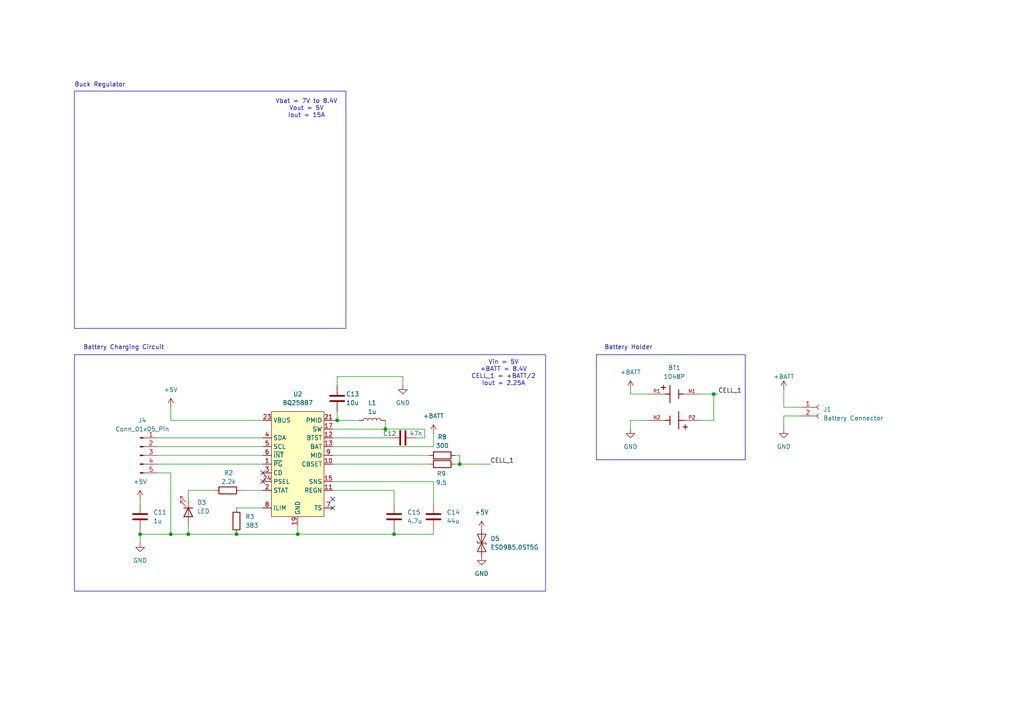
<source format=kicad_sch>
(kicad_sch (version 20231120) (generator "eeschema") (generator_version "8.0")
  (paper "A4")
  (title_block (title "Power") (date "2024-06-14") (rev "V1.0.0"))
  (lib_symbols
    (symbol "+BATT_1" (power) (pin_numbers hide) (pin_names (offset 0) hide)
      (property "Value" "+BATT" (at 0 3.556 0))
      (symbol "+BATT_1_0_1"
        (polyline (pts (xy -0.762 1.27) (xy 0 2.54)))
        (polyline (pts (xy 0 0) (xy 0 2.54)))
        (polyline (pts (xy 0 2.54) (xy 0.762 1.27)))
      )
      (symbol "+BATT_1_1_1"
        (pin power_in line (at 0 0 90) (length 0) (name "~") (number "1"))
      )
    )
    (symbol "1048P:1048P" (pin_names (offset 1.016))
      (property "Reference" "BT" (at -3.81 6.35 0))
      (property "Value" "1048P" (at -3.81 -10.16 0))
      (symbol "1048P_0_0"
        (polyline (pts (xy -3.81 4.445) (xy -2.54 4.445)) (stroke (width 0.254)))
        (polyline (pts (xy -3.175 5.08) (xy -3.175 3.81)) (stroke (width 0.254)))
        (polyline (pts (xy -1.27 -6.35) (xy -1.27 -5.08)) (stroke (width 0.254)))
        (polyline (pts (xy -1.27 -5.08) (xy -2.54 -5.08)) (stroke (width 0.254)))
        (polyline (pts (xy -1.27 -5.08) (xy -1.27 -3.81)) (stroke (width 0.254)))
        (polyline (pts (xy -1.27 2.54) (xy -2.54 2.54)) (stroke (width 0.254)))
        (polyline (pts (xy -1.27 2.54) (xy -1.27 0)) (stroke (width 0.254)))
        (polyline (pts (xy -1.27 5.08) (xy -1.27 2.54)) (stroke (width 0.254)))
        (polyline (pts (xy 1.27 -7.62) (xy 1.27 -5.08)) (stroke (width 0.254)))
        (polyline (pts (xy 1.27 -5.08) (xy 1.27 -2.54)) (stroke (width 0.254)))
        (polyline (pts (xy 1.27 -5.08) (xy 2.54 -5.08)) (stroke (width 0.254)))
        (polyline (pts (xy 1.27 2.54) (xy 1.27 1.27)) (stroke (width 0.254)))
        (polyline (pts (xy 1.27 2.54) (xy 2.54 2.54)) (stroke (width 0.254)))
        (polyline (pts (xy 1.27 3.81) (xy 1.27 2.54)) (stroke (width 0.254)))
        (polyline (pts (xy 3.175 -7.62) (xy 3.175 -6.35)) (stroke (width 0.254)))
        (polyline (pts (xy 3.81 -6.985) (xy 2.54 -6.985)) (stroke (width 0.254)))
        (pin passive line (at 7.62 2.54 180) (length 5.08) (name "~") (number "N1"))
        (pin passive line (at -7.62 -5.08 0) (length 5.08) (name "~") (number "N2"))
        (pin passive line (at -7.62 2.54 0) (length 5.08) (name "~") (number "P1"))
        (pin passive line (at 7.62 -5.08 180) (length 5.08) (name "~") (number "P2"))
      )
    )
    (symbol "Battery_Management:BQ25887"
      (property "Reference" "U" (at 6.985 16.51 0))
      (property "Value" "BQ25887" (at -3.175 16.51 0))
      (symbol "BQ25887_1_1"
        (rectangle (start -7.62 15.24) (end 7.62 -15.24) (fill (type background)))
        (pin open_collector line (at -10.16 0 0) (length 2.54) (name "~{PG}") (number "1"))
        (pin power_out line (at 10.16 0 180) (length 2.54) (name "CBSET") (number "10"))
        (pin power_out line (at 10.16 -7.62 180) (length 2.54) (name "REGN") (number "11"))
        (pin power_out line (at 10.16 7.62 180) (length 2.54) (name "BTST") (number "12"))
        (pin power_out line (at 10.16 5.08 180) (length 2.54) (name "BAT") (number "13"))
        (pin passive line (at 10.16 5.08 180) (length 2.54) hide (name "BAT") (number "14"))
        (pin output line (at 10.16 -5.08 180) (length 2.54) (name "SNS") (number "15"))
        (pin passive line (at 10.16 -5.08 180) (length 2.54) hide (name "SNS") (number "16"))
        (pin power_out line (at 10.16 10.16 180) (length 2.54) (name "SW") (number "17"))
        (pin passive line (at 10.16 10.16 180) (length 2.54) hide (name "SW") (number "18"))
        (pin power_in line (at 0 -17.78 90) (length 2.54) (name "GND") (number "19"))
        (pin open_collector line (at -10.16 -7.62 0) (length 2.54) (name "STAT") (number "2"))
        (pin passive line (at 0 -17.78 90) (length 2.54) hide (name "GND") (number "20"))
        (pin power_out line (at 10.16 12.7 180) (length 2.54) (name "PMID") (number "21"))
        (pin passive line (at 10.16 12.7 180) (length 2.54) hide (name "PMID") (number "22"))
        (pin power_in line (at -10.16 12.7 0) (length 2.54) (name "VBUS") (number "23"))
        (pin input line (at -10.16 -5.08 0) (length 2.54) (name "PSEL") (number "24"))
        (pin input line (at -10.16 -2.54 0) (length 2.54) (name "CD") (number "3"))
        (pin bidirectional line (at -10.16 7.62 0) (length 2.54) (name "SDA") (number "4"))
        (pin input line (at -10.16 5.08 0) (length 2.54) (name "SCL") (number "5"))
        (pin open_collector line (at -10.16 2.54 0) (length 2.54) (name "~{INT}") (number "6"))
        (pin input line (at 10.16 -12.7 180) (length 2.54) (name "TS") (number "7"))
        (pin input line (at -10.16 -12.7 0) (length 2.54) (name "ILIM") (number "8"))
        (pin input line (at 10.16 2.54 180) (length 2.54) (name "MID") (number "9"))
      )
    )
    (symbol "Connector:Conn_01x02_Socket" (pin_names (offset 1.016) hide)
      (property "Reference" "J" (at 0 2.54 0))
      (property "Value" "Conn_01x02_Socket" (at 0 -5.08 0))
      (symbol "Conn_01x02_Socket_1_1"
        (arc (start 0 -2.032) (mid -0.5058 -2.54) (end 0 -3.048) (stroke (width 0.1524)))
        (polyline (pts (xy -1.27 -2.54) (xy -0.508 -2.54)) (stroke (width 0.1524)))
        (polyline (pts (xy -1.27 0) (xy -0.508 0)) (stroke (width 0.1524)))
        (arc (start 0 0.508) (mid -0.5058 0) (end 0 -0.508) (stroke (width 0.1524)))
        (pin passive line (at -5.08 0 0) (length 3.81) (name "Pin_1") (number "1"))
        (pin passive line (at -5.08 -2.54 0) (length 3.81) (name "Pin_2") (number "2"))
      )
    )
    (symbol "Connector:Conn_01x05_Pin" (pin_names (offset 1.016) hide)
      (property "Reference" "J" (at 0 7.62 0))
      (property "Value" "Conn_01x05_Pin" (at 0 -7.62 0))
      (symbol "Conn_01x05_Pin_1_1"
        (polyline (pts (xy 1.27 -5.08) (xy 0.8636 -5.08)) (stroke (width 0.1524)))
        (polyline (pts (xy 1.27 -2.54) (xy 0.8636 -2.54)) (stroke (width 0.1524)))
        (polyline (pts (xy 1.27 0) (xy 0.8636 0)) (stroke (width 0.1524)))
        (polyline (pts (xy 1.27 2.54) (xy 0.8636 2.54)) (stroke (width 0.1524)))
        (polyline (pts (xy 1.27 5.08) (xy 0.8636 5.08)) (stroke (width 0.1524)))
        (rectangle (start 0.8636 -4.953) (end 0 -5.207) (stroke (width 0.1524)) (fill (type outline)))
        (rectangle (start 0.8636 -2.413) (end 0 -2.667) (stroke (width 0.1524)) (fill (type outline)))
        (rectangle (start 0.8636 0.127) (end 0 -0.127) (stroke (width 0.1524)) (fill (type outline)))
        (rectangle (start 0.8636 2.667) (end 0 2.413) (stroke (width 0.1524)) (fill (type outline)))
        (rectangle (start 0.8636 5.207) (end 0 4.953) (stroke (width 0.1524)) (fill (type outline)))
        (pin passive line (at 5.08 5.08 180) (length 3.81) (name "Pin_1") (number "1"))
        (pin passive line (at 5.08 2.54 180) (length 3.81) (name "Pin_2") (number "2"))
        (pin passive line (at 5.08 0 180) (length 3.81) (name "Pin_3") (number "3"))
        (pin passive line (at 5.08 -2.54 180) (length 3.81) (name "Pin_4") (number "4"))
        (pin passive line (at 5.08 -5.08 180) (length 3.81) (name "Pin_5") (number "5"))
      )
    )
    (symbol "Device:C" (pin_numbers hide) (pin_names (offset 0.254))
      (property "Reference" "C" (at 0.635 2.54 0))
      (property "Value" "C" (at 0.635 -2.54 0))
      (symbol "C_0_1"
        (polyline (pts (xy -2.032 -0.762) (xy 2.032 -0.762)) (stroke (width 0.508)))
        (polyline (pts (xy -2.032 0.762) (xy 2.032 0.762)) (stroke (width 0.508)))
      )
      (symbol "C_1_1"
        (pin passive line (at 0 3.81 270) (length 2.794) (name "~") (number "1"))
        (pin passive line (at 0 -3.81 90) (length 2.794) (name "~") (number "2"))
      )
    )
    (symbol "Device:L" (pin_numbers hide) (pin_names (offset 1.016) hide)
      (property "Reference" "L" (at -1.27 0 90))
      (property "Value" "L" (at 1.905 0 90))
      (symbol "L_0_1"
        (arc (start 0 -2.54) (mid 0.6323 -1.905) (end 0 -1.27))
        (arc (start 0 -1.27) (mid 0.6323 -0.635) (end 0 0))
        (arc (start 0 0) (mid 0.6323 0.635) (end 0 1.27))
        (arc (start 0 1.27) (mid 0.6323 1.905) (end 0 2.54))
      )
      (symbol "L_1_1"
        (pin passive line (at 0 3.81 270) (length 1.27) (name "1") (number "1"))
        (pin passive line (at 0 -3.81 90) (length 1.27) (name "2") (number "2"))
      )
    )
    (symbol "Device:LED" (pin_numbers hide) (pin_names (offset 1.016) hide)
      (property "Reference" "D" (at 0 2.54 0))
      (property "Value" "LED" (at 0 -2.54 0))
      (symbol "LED_0_1"
        (polyline (pts (xy -1.27 -1.27) (xy -1.27 1.27)) (stroke (width 0.254)))
        (polyline (pts (xy -1.27 0) (xy 1.27 0)))
        (polyline (pts (xy 1.27 -1.27) (xy 1.27 1.27) (xy -1.27 0) (xy 1.27 -1.27)) (stroke (width 0.254)))
        (polyline (pts (xy -3.048 -0.762) (xy -4.572 -2.286) (xy -3.81 -2.286) (xy -4.572 -2.286) (xy -4.572 -1.524)))
        (polyline (pts (xy -1.778 -0.762) (xy -3.302 -2.286) (xy -2.54 -2.286) (xy -3.302 -2.286) (xy -3.302 -1.524)))
      )
      (symbol "LED_1_1"
        (pin passive line (at -3.81 0 0) (length 2.54) (name "K") (number "1"))
        (pin passive line (at 3.81 0 180) (length 2.54) (name "A") (number "2"))
      )
    )
    (symbol "Device:R" (pin_numbers hide) (pin_names (offset 0))
      (property "Reference" "R" (at 2.032 0 90))
      (property "Value" "R" (at 0 0 90))
      (symbol "R_0_1"
        (rectangle (start -1.016 -2.54) (end 1.016 2.54) (stroke (width 0.254)))
      )
      (symbol "R_1_1"
        (pin passive line (at 0 3.81 270) (length 1.27) (name "~") (number "1"))
        (pin passive line (at 0 -3.81 90) (length 1.27) (name "~") (number "2"))
      )
    )
    (symbol "Diode:ESD9B5.0ST5G" (pin_numbers hide) (pin_names (offset 1.016) hide)
      (property "Reference" "D" (at 0 2.54 0))
      (property "Value" "ESD9B5.0ST5G" (at 0 -2.54 0))
      (symbol "ESD9B5.0ST5G_0_1"
        (polyline (pts (xy 1.27 0) (xy -1.27 0)))
        (polyline (pts (xy -2.54 -1.27) (xy 0 0) (xy -2.54 1.27) (xy -2.54 -1.27)) (stroke (width 0.2032)))
        (polyline (pts (xy 0.508 1.27) (xy 0 1.27) (xy 0 -1.27) (xy -0.508 -1.27)) (stroke (width 0.2032)))
        (polyline (pts (xy 2.54 1.27) (xy 2.54 -1.27) (xy 0 0) (xy 2.54 1.27)) (stroke (width 0.2032)))
      )
      (symbol "ESD9B5.0ST5G_1_1"
        (pin passive line (at -3.81 0 0) (length 2.54) (name "A1") (number "1"))
        (pin passive line (at 3.81 0 180) (length 2.54) (name "A2") (number "2"))
      )
    )
    (symbol "GND_1" (power) (pin_numbers hide) (pin_names (offset 0) hide)
      (property "Value" "GND" (at 0 -3.81 0))
      (symbol "GND_1_0_1"
        (polyline (pts (xy 0 0) (xy 0 -1.27) (xy 1.27 -1.27) (xy 0 -2.54) (xy -1.27 -1.27) (xy 0 -1.27)))
      )
      (symbol "GND_1_1_1"
        (pin power_in line (at 0 0 270) (length 0) (name "~") (number "1"))
      )
    )
    (symbol "power:+5V" (power) (pin_numbers hide) (pin_names (offset 0) hide)
      (property "Value" "+5V" (at 0 3.556 0))
      (symbol "+5V_0_1"
        (polyline (pts (xy -0.762 1.27) (xy 0 2.54)))
        (polyline (pts (xy 0 0) (xy 0 2.54)))
        (polyline (pts (xy 0 2.54) (xy 0.762 1.27)))
      )
      (symbol "+5V_1_1"
        (pin power_in line (at 0 0 90) (length 0) (name "~") (number "1"))
      )
    )
    (symbol "power:+BATT" (power) (pin_names (offset 0))
      (property "Value" "+BATT" (at 0 3.556 0))
      (symbol "+BATT_0_1"
        (polyline (pts (xy -0.762 1.27) (xy 0 2.54)))
        (polyline (pts (xy 0 0) (xy 0 2.54)))
        (polyline (pts (xy 0 2.54) (xy 0.762 1.27)))
      )
      (symbol "+BATT_1_1"
        (pin power_in line (at 0 0 90) (length 0) hide (name "+BATT") (number "1"))
      )
    )
    (symbol "power:GND" (power) (pin_names (offset 0))
      (property "Value" "GND" (at 0 -3.81 0))
      (symbol "GND_0_1"
        (polyline (pts (xy 0 0) (xy 0 -1.27) (xy 1.27 -1.27) (xy 0 -2.54) (xy -1.27 -1.27) (xy 0 -1.27)))
      )
      (symbol "GND_1_1"
        (pin power_in line (at 0 0 270) (length 0) hide (name "GND") (number "1"))
      )
    )
  )
  (junction (at 49.53 154.94))
  (junction (at 86.36 154.94))
  (junction (at 97.79 121.92))
  (junction (at 40.64 154.94))
  (junction (at 54.61 154.94))
  (junction (at 133.35 134.62))
  (junction (at 111.76 124.46))
  (junction (at 114.3 154.94))
  (junction (at 68.58 154.94))
  (junction (at 207.01 114.3))
  (no_connect (at 76.2 137.16))
  (no_connect (at 76.2 139.7))
  (no_connect (at 96.52 144.78))
  (no_connect (at 96.52 147.32))
  (wire (pts (xy 68.58 147.32) (xy 76.2 147.32)))
  (wire (pts (xy 132.08 134.62) (xy 133.35 134.62)))
  (wire (pts (xy 232.41 118.11) (xy 227.33 118.11)))
  (wire (pts (xy 114.3 146.05) (xy 114.3 142.24)))
  (wire (pts (xy 76.2 121.92) (xy 49.53 121.92)))
  (wire (pts (xy 227.33 118.11) (xy 227.33 113.03)))
  (wire (pts (xy 97.79 119.38) (xy 97.79 121.92)))
  (wire (pts (xy 132.08 132.08) (xy 133.35 132.08)))
  (wire (pts (xy 45.72 137.16) (xy 49.53 137.16)))
  (wire (pts (xy 49.53 137.16) (xy 49.53 154.94)))
  (wire (pts (xy 207.01 114.3) (xy 203.2 114.3)))
  (wire (pts (xy 111.76 124.46) (xy 123.19 124.46)))
  (wire (pts (xy 96.52 129.54) (xy 125.73 129.54)))
  (wire (pts (xy 125.73 125.73) (xy 125.73 129.54)))
  (wire (pts (xy 187.96 121.92) (xy 182.88 121.92)))
  (wire (pts (xy 116.84 109.22) (xy 116.84 111.76)))
  (wire (pts (xy 207.01 114.3) (xy 207.01 121.92)))
  (wire (pts (xy 207.01 114.3) (xy 208.28 114.3)))
  (wire (pts (xy 97.79 121.92) (xy 104.14 121.92)))
  (wire (pts (xy 54.61 142.24) (xy 54.61 144.78)))
  (wire (pts (xy 96.52 132.08) (xy 124.46 132.08)))
  (wire (pts (xy 114.3 142.24) (xy 96.52 142.24)))
  (wire (pts (xy 40.64 154.94) (xy 40.64 153.67)))
  (wire (pts (xy 114.3 153.67) (xy 114.3 154.94)))
  (wire (pts (xy 68.58 154.94) (xy 86.36 154.94)))
  (wire (pts (xy 86.36 154.94) (xy 86.36 152.4)))
  (wire (pts (xy 182.88 121.92) (xy 182.88 124.46)))
  (wire (pts (xy 182.88 114.3) (xy 187.96 114.3)))
  (wire (pts (xy 96.52 124.46) (xy 111.76 124.46)))
  (wire (pts (xy 45.72 127) (xy 76.2 127)))
  (wire (pts (xy 182.88 113.03) (xy 182.88 114.3)))
  (wire (pts (xy 232.41 120.65) (xy 227.33 120.65)))
  (wire (pts (xy 97.79 109.22) (xy 116.84 109.22)))
  (wire (pts (xy 125.73 153.67) (xy 125.73 154.94)))
  (wire (pts (xy 114.3 154.94) (xy 125.73 154.94)))
  (wire (pts (xy 45.72 129.54) (xy 76.2 129.54)))
  (wire (pts (xy 96.52 127) (xy 113.03 127)))
  (wire (pts (xy 49.53 154.94) (xy 54.61 154.94)))
  (wire (pts (xy 40.64 154.94) (xy 40.64 157.48)))
  (wire (pts (xy 114.3 154.94) (xy 86.36 154.94)))
  (wire (pts (xy 203.2 121.92) (xy 207.01 121.92)))
  (wire (pts (xy 40.64 154.94) (xy 49.53 154.94)))
  (wire (pts (xy 54.61 154.94) (xy 68.58 154.94)))
  (wire (pts (xy 54.61 152.4) (xy 54.61 154.94)))
  (wire (pts (xy 125.73 139.7) (xy 125.73 146.05)))
  (wire (pts (xy 111.76 121.92) (xy 111.76 124.46)))
  (wire (pts (xy 123.19 124.46) (xy 123.19 127)))
  (wire (pts (xy 227.33 120.65) (xy 227.33 124.46)))
  (wire (pts (xy 97.79 111.76) (xy 97.79 109.22)))
  (wire (pts (xy 97.79 121.92) (xy 96.52 121.92)))
  (wire (pts (xy 133.35 134.62) (xy 142.24 134.62)))
  (wire (pts (xy 40.64 144.78) (xy 40.64 146.05)))
  (wire (pts (xy 62.23 142.24) (xy 54.61 142.24)))
  (wire (pts (xy 45.72 132.08) (xy 76.2 132.08)))
  (wire (pts (xy 45.72 134.62) (xy 76.2 134.62)))
  (wire (pts (xy 96.52 134.62) (xy 124.46 134.62)))
  (wire (pts (xy 96.52 139.7) (xy 125.73 139.7)))
  (wire (pts (xy 123.19 127) (xy 120.65 127)))
  (wire (pts (xy 49.53 118.11) (xy 49.53 121.92)))
  (wire (pts (xy 133.35 132.08) (xy 133.35 134.62)))
  (wire (pts (xy 76.2 142.24) (xy 69.85 142.24)))
  (rectangle (start 21.59 102.87) (end 158.242 171.45))
  (rectangle (start 172.974 102.87) (end 216.154 133.35))
  (rectangle (start 21.59 26.416) (end 100.33 95.25))
  (text "Vbat = 7V to 8.4V\nVout = 5V\nIout = 15A" (at 88.9 31.496 0) (effects (font (size 1.27 1.27))))
  (text "Buck Regulator" (at 21.59 25.4 0) (effects (font (size 1.27 1.27)) (justify left bottom)))
  (text "Vin = 5V\n+BATT = 8.4V\nCELL_1 = +BATT/2\nIout = 2.25A" (at 146.05 108.204 0) (effects (font (size 1.27 1.27))))
  (text "Battery Charging Circuit" (at 24.13 101.6 0) (effects (font (size 1.27 1.27)) (justify left bottom)))
  (text "Battery Holder" (at 175.26 101.6 0) (effects (font (size 1.27 1.27)) (justify left bottom)))
  (label "CELL_1" (at 208.28 114.3 0))
  (label "CELL_1" (at 142.24 134.62 0))
  (symbol (lib_id "power:+5V") (at 139.7 153.67 0) (unit 1)
    (property "Reference" "#PWR020" (effects (hide yes)))
    (property "Value" "+5V" (at 139.7 148.59 0))
    (property "Description" "Power symbol creates a global label with name \"+5V\"" (effects (hide yes)))
  )
  (symbol (lib_id "power:+5V") (at 40.64 144.78 0) (unit 1)
    (property "Reference" "#PWR017" (effects (hide yes)))
    (property "Value" "+5V" (at 40.64 139.7 0))
    (property "Description" "Power symbol creates a global label with name \"+5V\"" (effects (hide yes)))
  )
  (symbol (lib_id "power:GND") (at 227.33 124.46 0) (unit 1)
    (property "Reference" "#PWR02" (effects (hide yes)))
    (property "Value" "GND" (at 227.33 129.54 0))
  )
  (symbol (lib_id "Connector:Conn_01x05_Pin") (at 40.64 132.08 0) (unit 1)
    (property "Reference" "J4" (at 41.275 121.92 0))
    (property "Value" "Conn_01x05_Pin" (at 41.275 124.46 0))
    (property "Description" "Generic connector, single row, 01x05, script generated" (effects (hide yes)))
  )
  (symbol (lib_id "Diode:ESD9B5.0ST5G") (at 139.7 157.48 90) (unit 1)
    (property "Reference" "D5" (at 142.24 156.2099 90) (effects (justify right)))
    (property "Value" "ESD9B5.0ST5G" (at 142.24 158.7499 90) (effects (justify right)))
    (property "Footprint" "Diode_SMD:D_SOD-923" (effects (hide yes)))
    (property "Datasheet" "https://www.onsemi.com/pub/Collateral/ESD9B-D.PDF" (effects (hide yes)))
    (property "Description" "ESD protection diode, 5.0Vrwm, SOD-923" (effects (hide yes)))
  )
  (symbol (lib_name "GND_1") (lib_id "power:GND") (at 116.84 111.76 0) (unit 1)
    (property "Reference" "#PWR024" (effects (hide yes)))
    (property "Value" "GND" (at 116.84 116.84 0))
    (property "Description" "Power symbol creates a global label with name \"GND\" , ground" (effects (hide yes)))
  )
  (symbol (lib_id "Device:R") (at 66.04 142.24 90) (unit 1)
    (property "Reference" "R2" (at 66.294 137.16 90))
    (property "Value" "2.2k" (at 66.294 139.7 90))
    (property "Description" "Resistor" (effects (hide yes)))
  )
  (symbol (lib_id "Device:R") (at 128.27 132.08 90) (unit 1)
    (property "Reference" "R8" (at 128.27 126.746 90))
    (property "Value" "300" (at 128.27 129.286 90))
    (property "Description" "Resistor" (effects (hide yes)))
  )
  (symbol (lib_name "+BATT_1") (lib_id "power:+BATT") (at 182.88 113.03 0) (unit 1)
    (property "Reference" "#PWR025" (effects (hide yes)))
    (property "Value" "+BATT" (at 182.88 107.95 0))
    (property "Description" "Power symbol creates a global label with name \"+BATT\"" (effects (hide yes)))
  )
  (symbol (lib_id "Device:C") (at 40.64 149.86 0) (unit 1)
    (property "Reference" "C11" (at 44.45 148.5899 0) (effects (justify left)))
    (property "Value" "1u" (at 44.45 151.1299 0) (effects (justify left)))
    (property "Description" "Unpolarized capacitor" (effects (hide yes)))
  )
  (symbol (lib_id "Connector:Conn_01x02_Socket") (at 237.49 118.11 0) (unit 1)
    (property "Reference" "J1" (at 238.76 118.745 0) (effects (justify left)))
    (property "Value" "Battery Connector" (at 238.76 121.285 0) (effects (justify left)))
    (property "Footprint" "Connector_JST:JST_PH_S2B-PH-K_1x02_P2.00mm_Horizontal" (effects (hide yes)))
  )
  (symbol (lib_name "GND_1") (lib_id "power:GND") (at 40.64 157.48 0) (unit 1)
    (property "Reference" "#PWR016" (effects (hide yes)))
    (property "Value" "GND" (at 40.64 162.56 0))
    (property "Description" "Power symbol creates a global label with name \"GND\" , ground" (effects (hide yes)))
  )
  (symbol (lib_id "Device:C") (at 114.3 149.86 0) (unit 1)
    (property "Reference" "C15" (at 118.11 148.5899 0) (effects (justify left)))
    (property "Value" "4.7u" (at 118.11 151.1299 0) (effects (justify left)))
    (property "Description" "Unpolarized capacitor" (effects (hide yes)))
  )
  (symbol (lib_id "Battery_Management:BQ25887") (at 86.36 134.62 0) (unit 1)
    (property "Reference" "U2" (at 86.36 114.3 0))
    (property "Value" "BQ25887" (at 86.36 116.84 0))
    (property "Footprint" "Package_DFN_QFN:VQFN-24-1EP_4x4mm_P0.5mm_EP2.5x2.5mm" (effects (hide yes)))
    (property "Datasheet" "https://www.ti.com/lit/ds/symlink/bq25887.pdf" (effects (hide yes)))
    (property "Description" "I2C Controller 2-Cell 2A Boost mode LiIon Charger with cell balancing" (effects (hide yes)))
  )
  (symbol (lib_id "Device:C") (at 125.73 149.86 0) (unit 1)
    (property "Reference" "C14" (at 129.54 148.5899 0) (effects (justify left)))
    (property "Value" "44u" (at 129.54 151.1299 0) (effects (justify left)))
    (property "Description" "Unpolarized capacitor" (effects (hide yes)))
  )
  (symbol (lib_id "Device:C") (at 116.84 127 90) (unit 1)
    (property "Reference" "C12" (at 113.03 125.73 90))
    (property "Value" "47n" (at 120.65 125.73 90))
    (property "Description" "Unpolarized capacitor" (effects (hide yes)))
  )
  (symbol (lib_id "Device:R") (at 128.27 134.62 90) (unit 1)
    (property "Reference" "R9" (at 128.016 137.414 90))
    (property "Value" "9.5" (at 128.016 139.954 90))
    (property "Description" "Resistor" (effects (hide yes)))
  )
  (symbol (lib_id "1048P:1048P") (at 195.58 116.84 0) (unit 1)
    (property "Reference" "BT1" (at 195.58 106.68 0))
    (property "Value" "1048P" (at 195.58 109.22 0))
    (property "Footprint" "1048P:BAT_1048P" (effects (hide yes)))
    (property "PARTREV" "A" (effects (hide yes)))
    (property "SNAPEDA_PN" "1048P" (effects (hide yes)))
    (property "MANUFACTURER" "Keystone" (effects (hide yes)))
    (property "MAXIMUM_PACKAGE_HEIGHT" "14.85mm" (effects (hide yes)))
    (property "STANDARD" "Manufacturer Recommendations" (effects (hide yes)))
  )
  (symbol (lib_name "GND_1") (lib_id "power:GND") (at 182.88 124.46 0) (unit 1)
    (property "Reference" "#PWR026" (effects (hide yes)))
    (property "Value" "GND" (at 182.88 129.54 0))
    (property "Description" "Power symbol creates a global label with name \"GND\" , ground" (effects (hide yes)))
  )
  (symbol (lib_id "Device:C") (at 97.79 115.57 0) (unit 1)
    (property "Reference" "C13" (at 100.33 114.3 0) (effects (justify left)))
    (property "Value" "10u" (at 100.33 116.84 0) (effects (justify left)))
    (property "Description" "Unpolarized capacitor" (effects (hide yes)))
  )
  (symbol (lib_name "GND_1") (lib_id "power:GND") (at 139.7 161.29 0) (unit 1)
    (property "Reference" "#PWR021" (effects (hide yes)))
    (property "Value" "GND" (at 139.7 166.37 0))
    (property "Description" "Power symbol creates a global label with name \"GND\" , ground" (effects (hide yes)))
  )
  (symbol (lib_id "power:+BATT") (at 227.33 113.03 0) (unit 1)
    (property "Reference" "#PWR01" (effects (hide yes)))
    (property "Value" "+BATT" (at 227.33 109.22 0))
  )
  (symbol (lib_id "Device:R") (at 68.58 151.13 0) (unit 1)
    (property "Reference" "R3" (at 71.12 149.8599 0) (effects (justify left)))
    (property "Value" "383" (at 71.12 152.3999 0) (effects (justify left)))
    (property "Description" "Resistor" (effects (hide yes)))
  )
  (symbol (lib_id "Device:LED") (at 54.61 148.59 270) (unit 1)
    (property "Reference" "D3" (at 57.15 145.7324 90) (effects (justify left)))
    (property "Value" "LED" (at 57.15 148.2724 90) (effects (justify left)))
    (property "Description" "Light emitting diode" (effects (hide yes)))
  )
  (symbol (lib_id "Device:L") (at 107.95 121.92 90) (unit 1)
    (property "Reference" "L1" (at 107.95 116.84 90))
    (property "Value" "1u" (at 107.95 119.38 90))
    (property "Description" "Inductor" (effects (hide yes)))
  )
  (symbol (lib_name "+BATT_1") (lib_id "power:+BATT") (at 125.73 125.73 0) (unit 1)
    (property "Reference" "#PWR018" (effects (hide yes)))
    (property "Value" "+BATT" (at 125.73 120.65 0))
    (property "Description" "Power symbol creates a global label with name \"+BATT\"" (effects (hide yes)))
  )
  (symbol (lib_id "power:+5V") (at 49.53 118.11 0) (unit 1)
    (property "Reference" "#PWR015" (effects (hide yes)))
    (property "Value" "+5V" (at 49.53 113.03 0))
    (property "Description" "Power symbol creates a global label with name \"+5V\"" (effects (hide yes)))
  )
)
</source>
